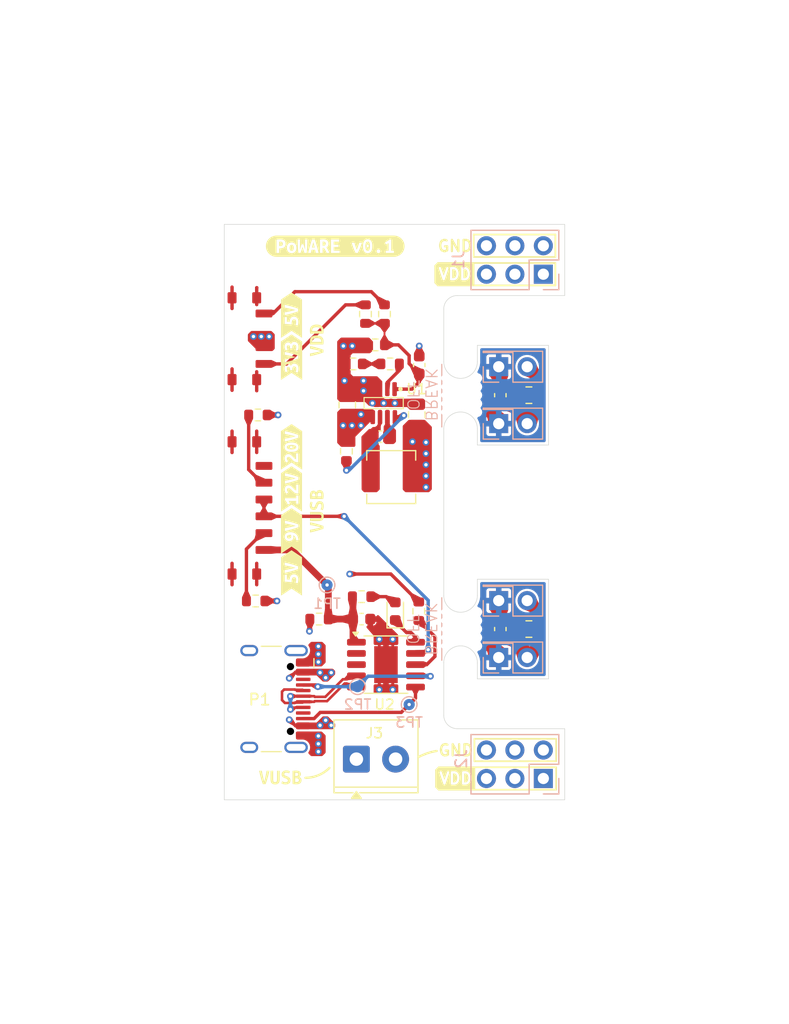
<source format=kicad_pcb>
(kicad_pcb (version 20241229) (generator "pcbnew") (generator_version "9.0")
  (title_block (title "HARDly AnyPower") (date "2025-07-22") (rev "v1.0") (company "by HARDlyWARE"))
  (layers (0 "F.Cu" signal) (4 "In1.Cu" signal "In1.Cu (GND)") (6 "In2.Cu" signal) (2 "B.Cu" signal) (13 "F.Paste" user) (15 "B.Paste" user) (5 "F.SilkS" user "F.Silkscreen") (7 "B.SilkS" user "B.Silkscreen") (1 "F.Mask" user) (3 "B.Mask" user) (25 "Edge.Cuts" user))
  (net 0 "")
  (net 1 "GND")
  (net 3 "VDD")
  (net 4 "/REG_BS")
  (net 5 "/REG_LX")
  (net 6 "VBUS")
  (net 7 "3V3{slash}5V")
  (net 8 "Net-(U1-FB)")
  (net 9 "/LED")
  (net 10 "/PG")
  (net 13 "/D-")
  (net 14 "/D+")
  (net 18 "/CC1")
  (net 19 "/CC2")
  (net 20 "/REG_EN")
  (net 21 "Net-(R2-Pad2)")
  (net 22 "/REG_FS")
  (net 23 "Net-(U2-VBUS)")
  (net 24 "Net-(SW1-C)")
  (net 25 "Net-(SW1-A)")
  (net 26 "/CFG_12V")
  (net 27 "/CFG_9V")
  (net 28 "/CFG1")
  (net 31 "unconnected-(SW1-Pad0)")
  (net 32 "unconnected-(SW1-Pad0)_1")
  (net 33 "unconnected-(SW1-Pad0)_2")
  (net 34 "unconnected-(SW1-Pad0)_3")
  (net 35 "unconnected-(SW2-Pad0)")
  (net 36 "/B")
  (net 37 "/A")
  (net 38 "/C")
  (net 39 "/D")
  (net 40 "unconnected-(SW2-Pad0)_1")
  (net 41 "unconnected-(SW2-Pad0)_2")
  (net 42 "unconnected-(SW2-Pad0)_3")
  (footprint "Capacitor_SMD:C_0805_2012Metric" (layer "F.Cu") (at 130.79 111.76)
    (property "Reference" "C12" (hide yes))
    (property "Value" "10u")
  )
  (footprint "Capacitor_SMD:C_0603_1608Metric" (layer "F.Cu") (at 128.24 111.76 -90)
    (property "Reference" "C9" (hide yes))
    (property "Value" "100n")
  )
  (footprint "kibuzzard-68873D34" (layer "F.Cu") (at 108.6 125)
    (property "Reference" "kibuzzard-68873D34" (hide yes))
    (property "Value" "G***" (hide yes))
  )
  (footprint "Resistor_SMD:R_0603_1608Metric" (layer "F.Cu") (at 117.9 83.655 90)
    (property "Reference" "R8" (hide yes))
    (property "Value" "24k")
  )
  (footprint "Resistor_SMD:R_0603_1608Metric" (layer "F.Cu") (at 106.4 109.255)
    (property "Reference" "R11" (hide yes))
    (property "Value" "6k8")
  )
  (footprint "kibuzzard-68873B2C" (layer "F.Cu") (at 109.6 106.75 90)
    (property "Reference" "kibuzzard-68873B2C" (hide yes))
    (property "Value" "G***" (hide yes))
  )
  (footprint "magnubgr_footprints:CH224K-SSOP-10-1EP" (layer "F.Cu") (at 118.03 114.935)
    (property "Reference" "U2")
    (property "Value" "CH224K" (hide yes))
  )
  (footprint "Resistor_SMD:R_0603_1608Metric" (layer "F.Cu") (at 114.5 95.9 -90)
    (property "Reference" "R1" (hide yes))
    (property "Value" "15k")
  )
  (footprint "Resistor_SMD:R_0603_1608Metric" (layer "F.Cu") (at 120.96 110.17 -90)
    (property "Reference" "R4" (hide yes))
    (property "Value" "15k")
  )
  (footprint "magnubgr_footprints:SSSS811101" (layer "F.Cu") (at 105.39 85.85 -90)
    (property "Reference" "SW1" (hide yes))
    (property "Value" "SW_SPDT" (hide yes))
  )
  (footprint "Resistor_SMD:R_0603_1608Metric" (layer "F.Cu") (at 106.6 92.655)
    (property "Reference" "R10" (hide yes))
    (property "Value" "24k")
  )
  (footprint "Capacitor_SMD:C_0603_1608Metric" (layer "F.Cu") (at 128.24 90.89 -90)
    (property "Reference" "C7" (hide yes))
    (property "Value" "100n")
  )
  (footprint "kibuzzard-68873AFF" (layer "F.Cu") (at 109.6 95.5 90)
    (property "Reference" "kibuzzard-68873AFF" (hide yes))
    (property "Value" "G***" (hide yes))
  )
  (footprint "Capacitor_SMD:C_0603_1608Metric" (layer "F.Cu") (at 121 88.2 90)
    (property "Reference" "C6" (hide yes))
    (property "Value" "10p")
  )
  (footprint "kibuzzard-68873D34" (layer "F.Cu") (at 111.85 101.25 90)
    (property "Reference" "kibuzzard-68873D34" (hide yes))
    (property "Value" "G***" (hide yes))
  )
  (footprint "kibuzzard-68873B06" (layer "F.Cu") (at 109.6 87.5 90)
    (property "Reference" "kibuzzard-68873B06" (hide yes))
    (property "Value" "G***" (hide yes))
  )
  (footprint "magnubgr_footprints:SSSS812701" (layer "F.Cu") (at 105.39 100.95 -90)
    (property "Reference" "SW2" (hide yes))
    (property "Value" "SW_SP4T" (hide yes))
  )
  (footprint "kibuzzard-68873B0E" (layer "F.Cu") (at 109.6 83.75 90)
    (property "Reference" "kibuzzard-68873B0E" (hide yes))
    (property "Value" "G***" (hide yes))
  )
  (footprint "Resistor_SMD:R_0603_1608Metric" (layer "F.Cu") (at 118.4 88.1 180)
    (property "Reference" "R2" (hide yes))
    (property "Value" "24k")
  )
  (footprint "Panelization:mouse-bite-3mm-slot" (layer "F.Cu") (at 124.69 90.89 90)
    (property "Reference" "mouse-bite-3mm-slot" (hide yes))
    (property "Value" "VAL**" (hide yes))
  )
  (footprint "kibuzzard-68873B1A" (layer "F.Cu") (at 109.6 99.25 90)
    (property "Reference" "kibuzzard-68873B1A" (hide yes))
    (property "Value" "G***" (hide yes))
  )
  (footprint "kibuzzard-68873B23" (layer "F.Cu") (at 109.6 103 90)
    (property "Reference" "kibuzzard-68873B23" (hide yes))
    (property "Value" "G***" (hide yes))
  )
  (footprint "kibuzzard-6887416B" (layer "F.Cu") (at 113.5 77.595)
    (property "Reference" "kibuzzard-6887416B" (hide yes))
    (property "Value" "G***" (hide yes))
  )
  (footprint "magnubgr_footprints:USB_C_Receptacle_HCTL_HC-TYPE-C-16P-01A" (layer "F.Cu") (at 106.9 118 -90)
    (property "Reference" "P1")
    (property "Value" "USB_C_Plug_USB2.0" (hide yes))
  )
  (footprint "magnubgr_footprints:SY8303AIC" (layer "F.Cu") (at 117.825 91.6 90)
    (property "Reference" "U1")
    (property "Value" "SY8303AIC" (hide yes))
  )
  (footprint "Resistor_SMD:R_0603_1608Metric" (layer "F.Cu") (at 117.075 86.4 180)
    (property "Reference" "R6" (hide yes))
    (property "Value" "3k3")
  )
  (footprint "Resistor_SMD:R_0603_1608Metric" (layer "F.Cu") (at 115.86 108.87)
    (property "Reference" "R7" (hide yes))
    (property "Value" "1k")
  )
  (footprint "Capacitor_SMD:C_0805_2012Metric" (layer "F.Cu") (at 114.575 91.7525 90)
    (property "Reference" "C1" (hide yes))
    (property "Value" "4u7")
  )
  (footprint "Capacitor_SMD:C_0805_2012Metric" (layer "F.Cu") (at 130.79 90.89)
    (property "Reference" "C11" (hide yes))
    (property "Value" "10u")
  )
  (footprint "Resistor_SMD:R_0603_1608Metric" (layer "F.Cu") (at 112.06 110.87)
    (property "Reference" "R5" (hide yes))
    (property "Value" "1k")
  )
  (footprint "Capacitor_SMD:C_0603_1608Metric" (layer "F.Cu") (at 117.53 94.59 180)
    (property "Reference" "C2" (hide yes))
    (property "Value" "100n")
  )
  (footprint "Capacitor_SMD:C_0805_2012Metric" (layer "F.Cu") (at 120.78 92.64 90)
    (property "Reference" "C4" (hide yes))
    (property "Value" "10u")
  )
  (footprint "Panelization:mouse-bite-3mm-slot" (layer "F.Cu") (at 124.69 111.76 90)
    (property "Reference" "mouse-bite-3mm-slot" (hide yes))
    (property "Value" "VAL**" (hide yes))
  )
  (footprint "kibuzzard-68873D2B" (layer "F.Cu") (at 111.85 86 90)
    (property "Reference" "kibuzzard-68873D2B" (hide yes))
    (property "Value" "G***" (hide yes))
  )
  (footprint "magnubgr_footprints:FXL0420-1R5-M" (layer "F.Cu") (at 118.5 98.2)
    (property "Reference" "L1" (hide yes))
    (property "Value" "1u5")
  )
  (footprint "Capacitor_SMD:C_0603_1608Metric" (layer "F.Cu") (at 115.86 110.87)
    (property "Reference" "C5" (hide yes))
    (property "Value" "1u")
  )
  (footprint "Resistor_SMD:R_0603_1608Metric" (layer "F.Cu") (at 116.2 83.655 90)
    (property "Reference" "R9" (hide yes))
    (property "Value" "15k")
  )
  (footprint "LED_SMD:LED_0603_1608Metric" (layer "F.Cu") (at 118.86 110.17 90)
    (property "Reference" "D1" (hide yes))
    (property "Value" "LED")
  )
  (footprint "magnubgr_footprints:DB301V-3.5-2P-GN-S" (layer "F.Cu") (at 115.39 123.3675)
    (property "Reference" "J3")
    (property "Value" "Screw_Terminal_01x02" (hide yes))
  )
  (footprint "Resistor_SMD:R_0603_1608Metric" (layer "F.Cu") (at 115.1 88.1 180)
    (property "Reference" "R3" (hide yes))
    (property "Value" "24k")
  )
  (footprint "Connector_PinHeader_2.54mm:PinHeader_2x03_P2.54mm_Vertical" (layer "B.Cu") (at 132.08 125.095 90)
    (property "Reference" "J2")
    (property "Value" "Conn_02x03_Counter_Clockwise" (hide yes))
  )
  (footprint "TestPoint:TestPoint_Pad_D1.0mm" (layer "B.Cu") (at 120.1 118.495 180)
    (property "Reference" "TP3")
    (property "Value" "TestPoint")
  )
  (footprint "TestPoint:TestPoint_Pad_D1.0mm" (layer "B.Cu") (at 115.5 116.9 180)
    (property "Reference" "TP2")
    (property "Value" "TestPoint")
  )
  (footprint "Connector_PinHeader_2.54mm:PinHeader_2x03_P2.54mm_Vertical" (layer "B.Cu") (at 132.08 80.095 90)
    (property "Reference" "J1")
    (property "Value" "Conn_02x03_Counter_Clockwise" (hide yes))
  )
  (footprint "Connector_PinHeader_2.54mm:PinHeader_2x01_P2.54mm_Vertical" (layer "B.Cu") (at 128.095 109.22)
    (property "Reference" "J7" (hide yes))
    (property "Value" "Conn_02x01" (hide yes))
  )
  (footprint "Connector_PinHeader_2.54mm:PinHeader_2x01_P2.54mm_Vertical" (layer "B.Cu") (at 128.095 114.3)
    (property "Reference" "J6" (hide yes))
    (property "Value" "Conn_02x01" (hide yes))
  )
  (footprint "TestPoint:TestPoint_Pad_D1.0mm" (layer "B.Cu") (at 112.77 107.825 180)
    (property "Reference" "TP1")
    (property "Value" "TestPoint")
  )
  (footprint "Connector_PinHeader_2.54mm:PinHeader_2x01_P2.54mm_Vertical" (layer "B.Cu") (at 128.095 88.35)
    (property "Reference" "J5" (hide yes))
    (property "Value" "Conn_02x01" (hide yes))
  )
  (footprint "Connector_PinHeader_2.54mm:PinHeader_2x01_P2.54mm_Vertical" (layer "B.Cu") (at 128.095 93.43)
    (property "Reference" "J4" (hide yes))
    (property "Value" "Conn_02x01" (hide yes))
  )
  (gr_line (start 122.75 124.095) (end 133.223 124.095) (stroke (width 0.15)) (layer "F.SilkS"))
  (gr_arc (start 121 123.150172) (mid 121.756996 122.83259) (end 122.555 122.64) (stroke (width 0.2)) (layer "F.SilkS"))
  (gr_line (start 133.223 124.095) (end 133.223 126.095) (stroke (width 0.15)) (layer "F.SilkS"))
  (gr_line (start 122.680233 79.094287) (end 133.153233 79.094287) (stroke (width 0.15)) (layer "F.SilkS"))
  (gr_line (start 133.153233 78.554287) (end 125.857 78.555) (stroke (width 0.15)) (layer "F.SilkS"))
  (gr_line (start 125.857 78.555) (end 125.857 76.555) (stroke (width 0.15)) (layer "F.SilkS"))
  (gr_line (start 125.926767 121.555713) (end 133.223 121.555) (stroke (width 0.15)) (layer "F.SilkS"))
  (gr_arc (start 112.981054 124.149481) (mid 112 124.805) (end 110.842768 125.035188) (stroke (width 0.2)) (layer "F.SilkS"))
  (gr_line (start 122.430233 79.344287) (end 122.680233 79.094287) (stroke (width 0.15)) (layer "F.SilkS"))
  (gr_line (start 122.430233 80.844287) (end 122.430233 79.344287) (stroke (width 0.15)) (layer "F.SilkS"))
  (gr_line (start 133.223 123.555) (end 125.926767 123.555713) (stroke (width 0.15)) (layer "F.SilkS"))
  (gr_line (start 133.153233 79.094287) (end 133.153233 81.094287) (stroke (width 0.15)) (layer "F.SilkS"))
  (gr_line (start 122.74 126.095) (end 122.5 125.845) (stroke (width 0.15)) (layer "F.SilkS"))
  (gr_line (start 122.670233 81.094287) (end 122.430233 80.844287) (stroke (width 0.15)) (layer "F.SilkS"))
  (gr_line (start 133.223 121.555) (end 133.223 123.555) (stroke (width 0.15)) (layer "F.SilkS"))
  (gr_line (start 122.5 125.845) (end 122.5 124.345) (stroke (width 0.15)) (layer "F.SilkS"))
  (gr_line (start 133.153233 81.094287) (end 122.680233 81.094287) (stroke (width 0.15)) (layer "F.SilkS"))
  (gr_line (start 133.153233 76.554287) (end 133.153233 78.554287) (stroke (width 0.15)) (layer "F.SilkS"))
  (gr_line (start 133.223 126.095) (end 122.75 126.095) (stroke (width 0.15)) (layer "F.SilkS"))
  (gr_line (start 125.857 76.555) (end 133.153233 76.554287) (stroke (width 0.15)) (layer "F.SilkS"))
  (gr_line (start 125.926767 123.555713) (end 125.926767 121.555713) (stroke (width 0.15)) (layer "F.SilkS"))
  (gr_line (start 122.5 124.345) (end 122.75 124.095) (stroke (width 0.15)) (layer "F.SilkS"))
  (gr_line (start 123.015 108.962) (end 123.015 114.55) (stroke (width 0.1)) (layer "B.SilkS"))
  (gr_line (start 123.015 88.138) (end 123.015 93.726) (stroke (width 0.1)) (layer "B.SilkS"))
  (gr_arc (start 126.19 108.76) (mid 124.69 110.26) (end 123.19 108.76) (stroke (width 0.05)) (layer "Edge.Cuts"))
  (gr_line (start 133.985 120.65) (end 124.39 120.65) (stroke (width 0.05)) (layer "Edge.Cuts"))
  (gr_line (start 132.54 95.335) (end 126.19 95.335) (stroke (width 0.05)) (layer "Edge.Cuts"))
  (gr_line (start 132.54 107.315) (end 126.19 107.315) (stroke (width 0.05)) (layer "Edge.Cuts"))
  (gr_line (start 126.19 86.445) (end 126.19 87.89) (stroke (width 0.05)) (layer "Edge.Cuts"))
  (gr_line (start 133.985 82) (end 133.985 75.65) (stroke (width 0.05)) (layer "Edge.Cuts"))
  (gr_line (start 132.54 86.445) (end 132.54 95.335) (stroke (width 0.05)) (layer "Edge.Cuts"))
  (gr_line (start 126.19 116.205) (end 126.19 114.76) (stroke (width 0.05)) (layer "Edge.Cuts"))
  (gr_line (start 132.54 116.205) (end 126.19 116.205) (stroke (width 0.05)) (layer "Edge.Cuts"))
  (gr_line (start 132.54 86.445) (end 126.19 86.445) (stroke (width 0.05)) (layer "Edge.Cuts"))
  (gr_arc (start 123.19 93.89) (mid 124.69 92.39) (end 126.19 93.89) (stroke (width 0.05)) (layer "Edge.Cuts"))
  (gr_arc (start 126.19 87.89) (mid 124.69 89.39) (end 123.19 87.89) (stroke (width 0.05)) (layer "Edge.Cuts"))
  (gr_arc (start 123.19 114.76) (mid 124.69 113.26) (end 126.19 114.76) (stroke (width 0.05)) (layer "Edge.Cuts"))
  (gr_line (start 133.985 127) (end 103.6 127) (stroke (width 0.05)) (layer "Edge.Cuts"))
  (gr_line (start 103.6 127) (end 103.6 75.65) (stroke (width 0.05)) (layer "Edge.Cuts"))
  (gr_line (start 126.19 95.335) (end 126.19 93.89) (stroke (width 0.05)) (layer "Edge.Cuts"))
  (gr_line (start 103.6 75.65) (end 133.985 75.65) (stroke (width 0.05)) (layer "Edge.Cuts"))
  (gr_line (start 124.39 82) (end 133.985 82) (stroke (width 0.05)) (layer "Edge.Cuts"))
  (gr_line (start 123.19 93.89) (end 123.19 108.76) (stroke (width 0.05)) (layer "Edge.Cuts"))
  (gr_line (start 132.54 107.315) (end 132.54 116.205) (stroke (width 0.05)) (layer "Edge.Cuts"))
  (gr_line (start 123.19 119.45) (end 123.19 114.76) (stroke (width 0.05)) (layer "Edge.Cuts"))
  (gr_arc (start 124.39 120.65) (mid 123.541472 120.298528) (end 123.19 119.45) (stroke (width 0.05)) (layer "Edge.Cuts"))
  (gr_line (start 126.19 107.315) (end 126.19 108.76) (stroke (width 0.05)) (layer "Edge.Cuts"))
  (gr_line (start 133.985 127) (end 133.985 120.65) (stroke (width 0.05)) (layer "Edge.Cuts"))
  (gr_line (start 123.19 87.89) (end 123.19 83.2) (stroke (width 0.05)) (layer "Edge.Cuts"))
  (gr_arc (start 123.19 83.2) (mid 123.541472 82.351472) (end 124.39 82) (stroke (width 0.05)) (layer "Edge.Cuts"))
  (gr_text "GND" (at 122.549751 78.16804 0) (layer "F.SilkS") (effects (font (size 1 1) (thickness 0.2) (bold yes)) (justify left bottom)))
  (gr_text "VDD" (at 124.180233 80.094287 0) (layer "F.SilkS" knockout) (effects (font (size 1 1) (thickness 0.2) (bold yes))))
  (gr_text "VDD" (at 124.25 125.095 0) (layer "F.SilkS" knockout) (effects (font (size 1 1) (thickness 0.2) (bold yes))))
  (gr_text "GND" (at 122.619518 123.168753 0) (layer "F.SilkS") (effects (font (size 1 1) (thickness 0.2) (bold yes)) (justify left bottom)))
  (gr_text "BREAK\nOFF" (at 121.25 90.845 270) (layer "B.SilkS") (effects (font (size 1 1) (thickness 0.1)) (justify mirror)))
  (gr_text "BREAK\nOFF" (at 121.218598 111.753601 270) (layer "B.SilkS") (effects (font (size 1 1) (thickness 0.1)) (justify mirror)))
  (segment (start 118.635 112.67) (end 118.635 114.33) (width 0.23) (layer "F.Cu") (net 1))
  (segment (start 117.435 115.53) (end 118.03 114.935) (width 0.23) (layer "F.Cu") (net 1))
  (segment (start 107.425 92.655) (end 108.4 92.655) (width 0.3) (layer "F.Cu") (net 1))
  (segment (start 118.635 115.54) (end 118.03 114.935) (width 0.23) (layer "F.Cu") (net 1))
  (segment (start 118.635 114.33) (end 118.03 114.935) (width 0.23) (layer "F.Cu") (net 1))
  (segment (start 118.635 117.17) (end 118.635 115.54) (width 0.23) (layer "F.Cu") (net 1))
  (segment (start 117.435 117.17) (end 117.435 115.53) (width 0.23) (layer "F.Cu") (net 1))
  (segment (start 107.225 109.255) (end 108.3 109.255) (width 0.3) (layer "F.Cu") (net 1))
  (segment (start 117.435 112.67) (end 117.435 114.34) (width 0.23) (layer "F.Cu") (net 1))
  (segment (start 117.435 114.34) (end 118.03 114.935) (width 0.23) (layer "F.Cu") (net 1))
  (via (at 111.995 114.7) (size 0.6) (drill 0.3) (layers "F.Cu" "B.Cu") (net 1))
  (via (at 114.325 89.6) (size 0.6) (drill 0.3) (layers "F.Cu" "B.Cu") (net 1))
  (via (at 111.995 122.7) (size 0.6) (drill 0.3) (layers "F.Cu" "B.Cu") (net 1))
  (via (at 116.025 90.5) (size 0.6) (drill 0.3) (layers "F.Cu" "B.Cu") (net 1))
  (via (at 116.825 91.6) (size 0.6) (drill 0.3) (layers "F.Cu" "B.Cu") (net 1))
  (via (at 115.025 86.5) (size 0.6) (drill 0.3) (layers "F.Cu" "B.Cu") (net 1))
  (via (at 118.825 91.6) (size 0.6) (drill 0.3) (layers "F.Cu" "B.Cu") (net 1))
  (via (at 111.995 122) (size 0.6) (drill 0.3) (layers "F.Cu" "B.Cu") (net 1))
  (via (at 118.635 112.67) (size 0.6) (drill 0.3) (layers "F.Cu" "B.Cu") (net 1))
  (via (at 117.825 91.6) (size 0.6) (drill 0.3) (layers "F.Cu" "B.Cu") (net 1))
  (via (at 118.635 117.17) (size 0.6) (drill 0.3) (layers "F.Cu" "B.Cu") (net 1))
  (via (at 108.4 92.655) (size 0.6) (drill 0.3) (layers "F.Cu" "B.Cu") (net 1))
  (via (at 114.225 86.5) (size 0.6) (drill 0.3) (layers "F.Cu" "B.Cu") (net 1))
  (via (at 111.995 113.3) (size 0.6) (drill 0.3) (layers "F.Cu" "B.Cu") (net 1))
  (via (at 117.435 112.67) (size 0.6) (drill 0.3) (layers "F.Cu" "B.Cu") (net 1))
  (via (at 111.995 114) (size 0.6) (drill 0.3) (layers "F.Cu" "B.Cu") (net 1))
  (via (at 111.995 121.3) (size 0.6) (drill 0.3) (layers "F.Cu" "B.Cu") (net 1))
  (via (at 108.3 109.255) (size 0.6) (drill 0.3) (layers "F.Cu" "B.Cu") (net 1))
  (via (at 117.435 117.17) (size 0.6) (drill 0.3) (layers "F.Cu" "B.Cu") (net 1))
  (via (at 116.025 89.6) (size 0.6) (drill 0.3) (layers "F.Cu" "B.Cu") (net 1))
  (segment (start 112.885 107.94) (end 112.885 110.87) (width 0.6) (layer "F.Cu") (net 3))
  (segment (start 109.645 104.7) (end 112.7725 107.8275) (width 0.6) (layer "F.Cu") (net 3))
  (segment (start 115.085 108.92) (end 115.035 108.87) (width 0.5) (layer "F.Cu") (net 3))
  (segment (start 112.7725 107.8275) (end 112.885 107.94) (width 0.6) (layer "F.Cu") (net 3))
  (segment (start 115.085 110.87) (end 112.885 110.87) (width 0.6) (layer "F.Cu") (net 3))
  (segment (start 107.14 104.7) (end 109.645 104.7) (width 0.6) (layer "F.Cu") (net 3))
  (segment (start 115.5 112.955) (end 115.085 112.54) (width 0.5) (layer "F.Cu") (net 3))
  (segment (start 115.085 112.54) (end 115.085 110.87) (width 0.6) (layer "F.Cu") (net 3))
  (segment (start 115.3925 112.935) (end 115.48 112.935) (width 0.16) (layer "F.Cu") (net 3))
  (segment (start 115.48 112.935) (end 115.5 112.955) (width 0.16) (layer "F.Cu") (net 3))
  (segment (start 115.085 110.87) (end 115.085 108.92) (width 0.6) (layer "F.Cu") (net 3))
  (via (at 112.7725 107.8275) (size 0.6) (drill 0.3) (layers "F.Cu" "B.Cu") (net 3))
  (segment (start 109.421008 119.85) (end 109.395 119.85) (width 0.3) (layer "F.Cu") (net 6))
  (segment (start 110.645 120.4) (end 109.971008 120.4) (width 0.3) (layer "F.Cu") (net 6))
  (segment (start 110.645 115.6) (end 109.971008 115.6) (width 0.3) (layer "F.Cu") (net 6))
  (segment (start 118.463872 106.848872) (end 120.96 109.345) (width 0.3) (layer "F.Cu") (net 6))
  (segment (start 114.791298 106.848872) (end 118.463872 106.848872) (width 0.3) (layer "F.Cu") (net 6))
  (segment (start 111.235 110.87) (end 111.235 111.92) (width 0.3) (layer "F.Cu") (net 6))
  (segment (start 109.971008 120.4) (end 109.421008 119.85) (width 0.3) (layer "F.Cu") (net 6))
  (segment (start 109.971008 115.6) (end 109.421008 116.15) (width 0.3) (layer "F.Cu") (net 6))
  (segment (start 111.235 111.92) (end 111.2 111.955) (width 0.16) (layer "F.Cu") (net 6))
  (segment (start 109.421008 116.15) (end 109.395 116.15) (width 0.3) (layer "F.Cu") (net 6))
  (via (at 109.395 119.85) (size 0.6) (drill 0.3) (layers "F.Cu" "B.Cu") (net 6))
  (via (at 113.145 120.35) (size 0.6) (drill 0.3) (layers "F.Cu" "B.Cu") (net 6))
  (via (at 112.145 120.35) (size 0.6) (drill 0.3) (layers "F.Cu" "B.Cu") (net 6))
  (via (at 112.645 116.1) (size 0.6) (drill 0.3) (layers "F.Cu" "B.Cu") (net 6))
  (via (at 112.145 115.65) (size 0.6) (drill 0.3) (layers "F.Cu" "B.Cu") (net 6))
  (via (at 114.791298 106.848872) (size 0.6) (drill 0.3) (layers "F.Cu" "B.Cu") (net 6))
  (via (at 109.395 116.15) (size 0.6) (drill 0.3) (layers "F.Cu" "B.Cu") (net 6))
  (via (at 113.145 115.65) (size 0.6) (drill 0.3) (layers "F.Cu" "B.Cu") (net 6))
  (via (at 112.645 119.9) (size 0.6) (drill 0.3) (layers "F.Cu" "B.Cu") (net 6))
  (via (at 115.8 93.6) (size 0.6) (drill 0.3) (layers "F.Cu" "B.Cu") (net 6))
  (via (at 111.2 111.955) (size 0.6) (drill 0.3) (layers "F.Cu" "B.Cu") (net 6))
  (via (at 115 93.6) (size 0.6) (drill 0.3) (layers "F.Cu" "B.Cu") (net 6))
  (via (at 114.2 93.6) (size 0.6) (drill 0.3) (layers "F.Cu" "B.Cu") (net 6))
  (via (at 115.8 92.6) (size 0.6) (drill 0.3) (layers "F.Cu" "B.Cu") (net 6))
  (segment (start 107.14 86.6) (end 107.14 86.595) (width 0.16) (layer "F.Cu") (net 7))
  (segment (start 121 86.495) (end 121 87.425) (width 0.3) (layer "F.Cu") (net 7))
  (via (at 121.6 98.1) (size 0.6) (drill 0.3) (layers "F.Cu" "B.Cu") (net 7))
  (via (at 120.4 95.04) (size 0.6) (drill 0.3) (layers "F.Cu" "B.Cu") (net 7))
  (via (at 106.9 85.655) (size 0.6) (drill 0.3) (layers "F.Cu" "B.Cu") (net 7))
  (via (at 121.6 96.1) (size 0.6) (drill 0.3) (layers "F.Cu" "B.Cu") (net 7))
  (via (at 121.6 99.1) (size 0.6) (drill 0.3) (layers "F.Cu" "B.Cu") (net 7))
  (via (at 107.6 85.655) (size 0.6) (drill 0.3) (layers "F.Cu" "B.Cu") (net 7))
  (via (at 106.2 85.655) (size 0.6) (drill 0.3) (layers "F.Cu" "B.Cu") (net 7))
  (via (at 121.6 97.1) (size 0.6) (drill 0.3) (layers "F.Cu" "B.Cu") (net 7))
  (via (at 121 86.495) (size 0.6) (drill 0.3) (layers "F.Cu" "B.Cu") (net 7))
  (via (at 121.6 95.1) (size 0.6) (drill 0.3) (layers "F.Cu" "B.Cu") (net 7))
  (segment (start 119.145 86.4) (end 120.1 87.355) (width 0.3) (layer "F.Cu") (net 8))
  (segment (start 121 89.7) (end 121 88.975) (width 0.3) (layer "F.Cu") (net 8))
  (segment (start 118.8 90.35) (end 120.35 90.35) (width 0.3) (layer "F.Cu") (net 8))
  (segment (start 120.1 87.355) (end 120.1 88.075) (width 0.3) (layer "F.Cu") (net 8))
  (segment (start 117.9 84.48) (end 117.9 86.4) (width 0.16) (layer "F.Cu") (net 8))
  (segment (start 120.1 88.075) (end 121 88.975) (width 0.3) (layer "F.Cu") (net 8))
  (segment (start 117.9 86.4) (end 119.145 86.4) (width 0.3) (layer "F.Cu") (net 8))
  (segment (start 120.35 90.35) (end 121 89.7) (width 0.3) (layer "F.Cu") (net 8))
  (segment (start 116.2 84.48) (end 117.9 84.48) (width 0.16) (layer "F.Cu") (net 8))
  (segment (start 118.5725 109.3825) (end 118.06 108.87) (width 0.3) (layer "F.Cu") (net 9))
  (segment (start 118.06 108.87) (end 116.685 108.87) (width 0.3) (layer "F.Cu") (net 9))
  (segment (start 118.86 109.3825) (end 118.5725 109.3825) (width 0.3) (layer "F.Cu") (net 9))
  (segment (start 119.865 112.07) (end 118.86 111.065) (width 0.3) (layer "F.Cu") (net 10))
  (segment (start 120.26 112.07) (end 119.865 112.07) (width 0.3) (layer "F.Cu") (net 10))
  (segment (start 120.6675 112.4775) (end 120.26 112.07) (width 0.3) (layer "F.Cu") (net 10))
  (segment (start 120.6675 112.935) (end 120.6675 112.4775) (width 0.3) (layer "F.Cu") (net 10))
  (segment (start 118.86 111.065) (end 118.86 110.9575) (width 0.3) (layer "F.Cu") (net 10))
  (segment (start 114.338702 116.625) (end 112.773702 118.19) (width 0.23) (layer "F.Cu") (net 13))
  (segment (start 111.620001 118.25) (end 110.645 118.25) (width 0.23) (layer "F.Cu") (net 13))
  (segment (start 114.855 116.935) (end 114.545 116.625) (width 0.23) (layer "F.Cu") (net 13))
  (segment (start 109.894462 117.155) (end 109.920462 117.181) (width 0.23) (layer "F.Cu") (net 13))
  (segment (start 109.01 118.355) (end 108.75 118.095) (width 0.23) (layer "F.Cu") (net 13))
  (segment (start 109.884462 118.355) (end 109.01 118.355) (width 0.23) (layer "F.Cu") (net 13))
  (segment (start 108.75 117.345) (end 108.94 117.155) (width 0.23) (layer "F.Cu") (net 13))
  (segment (start 108.75 118.095) (end 108.75 117.345) (width 0.23) (layer "F.Cu") (net 13))
  (segment (start 114.545 116.625) (end 114.338702 116.625) (width 0.23) (layer "F.Cu") (net 13))
  (segment (start 108.94 117.155) (end 109.894462 117.155) (width 0.23) (layer "F.Cu") (net 13))
  (segment (start 110.645 118.25) (end 110.576 118.319) (width 0.23) (layer "F.Cu") (net 13))
  (segment (start 110.576 117.181) (end 110.645 117.25) (width 0.23) (layer "F.Cu") (net 13))
  (segment (start 112.773702 118.19) (end 111.680001 118.19) (width 0.23) (layer "F.Cu") (net 13))
  (segment (start 115.3925 116.935) (end 114.855 116.935) (width 0.23) (layer "F.Cu") (net 13))
  (segment (start 109.920462 118.319) (end 109.884462 118.355) (width 0.23) (layer "F.Cu") (net 13))
  (segment (start 110.576 118.319) (end 109.920462 118.319) (width 0.23) (layer "F.Cu") (net 13))
  (segment (start 111.680001 118.19) (end 111.620001 118.25) (width 0.23) (layer "F.Cu") (net 13))
  (segment (start 109.920462 117.181) (end 110.576 117.181) (width 0.23) (layer "F.Cu") (net 13))
  (segment (start 114.545 116.245) (end 114.181298 116.245) (width 0.23) (layer "F.Cu") (net 14))
  (segment (start 114.855 115.935) (end 114.545 116.245) (width 0.23) (layer "F.Cu") (net 14))
  (segment (start 109.685 118.75) (end 110.645 118.75) (width 0.16) (layer "F.Cu") (net 14))
  (segment (start 114.181298 116.245) (end 112.616298 117.81) (width 0.23) (layer "F.Cu") (net 14))
  (segment (start 109.505 117.75) (end 109.5 117.755) (width 0.16) (layer "F.Cu") (net 14))
  (segment (start 115.3925 115.935) (end 114.855 115.935) (width 0.23) (layer "F.Cu") (net 14))
  (segment (start 111.620001 117.75) (end 110.645 117.75) (width 0.23) (layer "F.Cu") (net 14))
  (segment (start 110.645 117.75) (end 109.505 117.75) (width 0.16) (layer "F.Cu") (net 14))
  (segment (start 111.680001 117.81) (end 111.620001 117.75) (width 0.23) (layer "F.Cu") (net 14))
  (segment (start 112.616298 117.81) (end 111.680001 117.81) (width 0.23) (layer "F.Cu") (net 14))
  (segment (start 109.5 118.935) (end 109.685 118.75) (width 0.16) (layer "F.Cu") (net 14))
  (via (at 109.5 117.755) (size 0.6) (drill 0.3) (layers "F.Cu" "B.Cu") (net 14))
  (via (at 109.5 118.935) (size 0.6) (drill 0.3) (layers "F.Cu" "B.Cu") (net 14))
  (segment (start 109.5 117.755) (end 109.5 118.935) (width 0.23) (layer "B.Cu") (net 14))
  (segment (start 122 115.97) (end 120.7025 115.97) (width 0.16) (layer "F.Cu") (net 18))
  (segment (start 111.795 116.75) (end 111.945 116.9) (width 0.3) (layer "F.Cu") (net 18))
  (segment (start 120.7025 115.97) (end 120.6675 115.935) (width 0.16) (layer "F.Cu") (net 18))
  (segment (start 110.645 116.75) (end 111.795 116.75) (width 0.3) (layer "F.Cu") (net 18))
  (via (at 122 115.97) (size 0.6) (drill 0.3) (layers "F.Cu" "B.Cu") (net 18))
  (via (at 111.945 116.9) (size 0.6) (drill 0.3) (layers "F.Cu" "B.Cu") (net 18))
  (segment (start 115.5 116.9) (end 111.945 116.9) (width 0.3) (layer "B.Cu") (net 18))
  (segment (start 116.43 115.97) (end 115.5 116.9) (width 0.3) (layer "B.Cu") (net 18))
  (segment (start 122 115.97) (end 116.43 115.97) (width 0.3) (layer "B.Cu") (net 18))
  (segment (start 120.6675 117.9275) (end 120.6675 116.935) (width 0.3) (layer "F.Cu") (net 19))
  (segment (start 110.645 119.75) (end 111.6125 119.75) (width 0.3) (layer "F.Cu") (net 19))
  (segment (start 112.1675 119.195) (end 119.4 119.195) (width 0.3) (layer "F.Cu") (net 19))
  (segment (start 119.4 119.195) (end 120.1 118.495) (width 0.3) (layer "F.Cu") (net 19))
  (segment (start 111.6125 119.75) (end 112.1675 119.195) (width 0.3) (layer "F.Cu") (net 19))
  (segment (start 120.1 118.495) (end 120.6675 117.9275) (width 0.3) (layer "F.Cu") (net 19))
  (via (at 120.1 118.495) (size 0.6) (drill 0.3) (layers "F.Cu" "B.Cu") (net 19))
  (segment (start 119.625 92.7) (end 119.475 92.85) (width 0.2) (layer "F.Cu") (net 20))
  (segment (start 119.475 92.85) (end 118.825 92.85) (width 0.3) (layer "F.Cu") (net 20))
  (segment (start 114.5 96.725) (end 114.5 97.6) (width 0.3) (layer "F.Cu") (net 20))
  (via (at 114.5 97.6) (size 0.6) (drill 0.3) (layers "F.Cu" "B.Cu") (net 20))
  (via (at 119.625 92.7) (size 0.6) (drill 0.3) (layers "F.Cu" "B.Cu") (net 20))
  (segment (start 114.5 97.6) (end 114.725 97.6) (width 0.3) (layer "B.Cu") (net 20))
  (segment (start 114.725 97.6) (end 119.625 92.7) (width 0.3) (layer "B.Cu") (net 20))
  (segment (start 115.925 88.1) (end 117.575 88.1) (width 0.3) (layer "F.Cu") (net 21))
  (segment (start 118.15 89.75) (end 119.225 88.675) (width 0.3) (layer "F.Cu") (net 22))
  (segment (start 118.15 90.35) (end 118.15 89.75) (width 0.3) (layer "F.Cu") (net 22))
  (segment (start 119.225 88.675) (end 119.225 88.1) (width 0.3) (layer "F.Cu") (net 22))
  (segment (start 122.4 114.2) (end 122.4 112.435) (width 0.3) (layer "F.Cu") (net 23))
  (segment (start 120.6675 114.935) (end 121.665 114.935) (width 0.3) (layer "F.Cu") (net 23))
  (segment (start 121.665 114.935) (end 122.4 114.2) (width 0.3) (layer "F.Cu") (net 23))
  (segment (start 122.4 112.435) (end 120.96 110.995) (width 0.3) (layer "F.Cu") (net 23))
  (segment (start 116.2 82.83) (end 114.425 82.83) (width 0.3) (layer "F.Cu") (net 24))
  (segment (start 114.425 82.83) (end 109.155 88.1) (width 0.3) (layer "F.Cu") (net 24))
  (segment (start 109.155 88.1) (end 107.14 88.1) (width 0.3) (layer "F.Cu") (net 24))
  (segment (start 107.14 83.6) (end 107.955 83.6) (width 0.3) (layer "F.Cu") (net 25))
  (segment (start 116.725 81.655) (end 117.9 82.83) (width 0.3) (layer "F.Cu") (net 25))
  (segment (start 107.955 83.6) (end 109.9 81.655) (width 0.3) (layer "F.Cu") (net 25))
  (segment (start 109.9 81.655) (end 116.725 81.655) (width 0.3) (layer "F.Cu") (net 25))
  (segment (start 106.79375 98.55125) (end 105.775 97.5325) (width 0.3) (layer "F.Cu") (net 26))
  (segment (start 107.14 98.7) (end 106.645 98.7) (width 0.2) (layer "F.Cu") (net 26))
  (segment (start 106.645 98.7) (end 106.79375 98.55125) (width 0.2) (layer "F.Cu") (net 26))
  (segment (start 105.775 97.5325) (end 105.775 92.655) (width 0.3) (layer "F.Cu") (net 26))
  (segment (start 106.855 103.34) (end 105.575 104.62) (width 0.3) (layer "F.Cu") (net 27))
  (segment (start 106.855 103.2) (end 106.855 103.34) (width 0.3) (layer "F.Cu") (net 27))
  (segment (start 107.14 103.2) (end 106.855 103.2) (width 0.16) (layer "F.Cu") (net 27))
  (segment (start 105.575 104.62) (end 105.575 109.255) (width 0.3) (layer "F.Cu") (net 27))
  (segment (start 121.465 113.935) (end 120.6675 113.935) (width 0.2) (layer "F.Cu") (net 28))
  (segment (start 107.14 101.7) (end 107.14 100.2) (width 0.3) (layer "F.Cu") (net 28))
  (segment (start 114.3 101.7) (end 107.14 101.7) (width 0.3) (layer "F.Cu") (net 28))
  (segment (start 114.25 101.75) (end 114.3 101.7) (width 0.2) (layer "F.Cu") (net 28))
  (segment (start 121.8 113.6) (end 121.465 113.935) (width 0.2) (layer "F.Cu") (net 28))
  (via (at 114.3 101.7) (size 0.6) (drill 0.3) (layers "F.Cu" "B.Cu") (net 28))
  (via (at 121.8 113.6) (size 0.6) (drill 0.3) (layers "F.Cu" "B.Cu") (net 28))
  (segment (start 121.8 109.2) (end 121.8 113.6) (width 0.3) (layer "B.Cu") (net 28))
  (segment (start 114.3 101.7) (end 121.8 109.2) (width 0.3) (layer "B.Cu") (net 28))
  (segment (start 104.29 90.45625) (end 104.29 88.54375) (width 0.3) (layer "F.Cu") (net 31))
  (segment (start 106.49 81.305) (end 106.5 81.295) (width 0.3) (layer "F.Cu") (net 32))
  (segment (start 106.49 82.8075) (end 106.49 81.305) (width 0.3) (layer "F.Cu") (net 32))
  (segment (start 104.29 83.15625) (end 104.29 81.24375) (width 0.3) (layer "F.Cu") (net 33))
  (segment (start 106.49 90.495) (end 106.49 88.795) (width 0.3) (layer "F.Cu") (net 34))
  (segment (start 106.49 107.80625) (end 106.49 105.89375) (width 0.3) (layer "F.Cu") (net 35))
  (segment (start 130.635 93.43) (end 130.635 92.995) (width 0.7) (layer "F.Cu") (net 36))
  (segment (start 131.778 90.928) (end 131.74 90.89) (width 0.7) (layer "F.Cu") (net 36))
  (segment (start 131.778 91.852) (end 131.778 90.928) (width 0.7) (layer "F.Cu") (net 36))
  (segment (start 130.635 92.995) (end 131.778 91.852) (width 0.7) (layer "F.Cu") (net 36))
  (segment (start 130.59 92.69) (end 130.58 93.43) (width 0.7) (layer "F.Cu") (net 36))
  (segment (start 131.74 89.455) (end 130.635 88.35) (width 0.7) (layer "F.Cu") (net 36))
  (segment (start 128.24 91.665) (end 130.59 92.69) (width 0.7) (layer "F.Cu") (net 36))
  (segment (start 130.635 93.43) (end 130.635 93.303) (width 0.7) (layer "F.Cu") (net 36))
  (segment (start 131.74 90.89) (end 131.74 89.455) (width 0.7) (layer "F.Cu") (net 36))
  (segment (start 130.58 93.43) (end 130.635 93.43) (width 0.7) (layer "F.Cu") (net 36))
  (segment (start 128.095 93.43) (end 128.095 93.395) (width 0.75) (layer "F.Cu") (net 37))
  (segment (start 127.19 92.49) (end 127.19 90.94) (width 0.75) (layer "F.Cu") (net 37))
  (segment (start 127.19 90.94) (end 128.015 90.115) (width 0.75) (layer "F.Cu") (net 37))
  (segment (start 129.84 90.89) (end 129.065 90.115) (width 0.75) (layer "F.Cu") (net 37))
  (segment (start 128.24 88.495) (end 128.095 88.35) (width 0.75) (layer "F.Cu") (net 37))
  (segment (start 128.015 90.115) (end 128.24 90.115) (width 0.75) (layer "F.Cu") (net 37))
  (segment (start 128.095 93.395) (end 127.19 92.49) (width 0.75) (layer "F.Cu") (net 37))
  (segment (start 128.24 90.115) (end 128.24 88.495) (width 0.75) (layer "F.Cu") (net 37))
  (segment (start 129.065 90.115) (end 128.24 90.115) (width 0.75) (layer "F.Cu") (net 37))
  (segment (start 129.065 110.985) (end 128.24 110.985) (width 0.75) (layer "F.Cu") (net 38))
  (segment (start 127.19 111.81) (end 128.015 110.985) (width 0.75) (layer "F.Cu") (net 38))
  (segment (start 128.095 114.265) (end 127.19 113.36) (width 0.75) (layer "F.Cu") (net 38))
  (segment (start 128.24 109.365) (end 128.095 109.22) (width 0.75) (layer "F.Cu") (net 38))
  (segment (start 129.84 111.76) (end 129.065 110.985) (width 0.75) (layer "F.Cu") (net 38))
  (segment (start 128.015 110.985) (end 128.24 110.985) (width 0.75) (layer "F.Cu") (net 38))
  (segment (start 128.24 110.985) (end 128.24 109.365) (width 0.75) (layer "F.Cu") (net 38))
  (segment (start 127.19 113.36) (end 127.19 111.81) (width 0.75) (layer "F.Cu") (net 38))
  (segment (start 128.095 114.3) (end 128.095 114.265) (width 0.75) (layer "F.Cu") (net 38))
  (segment (start 131.778 113.157) (end 131.778 111.798) (width 0.75) (layer "F.Cu") (net 39))
  (segment (start 130.59 113.56) (end 130.58 114.3) (width 0.7) (layer "F.Cu") (net 39))
  (segment (start 131.74 111.76) (end 131.74 110.325) (width 0.75) (layer "F.Cu") (net 39))
  (segment (start 130.635 114.3) (end 131.778 113.157) (width 0.75) (layer "F.Cu") (net 39))
  (segment (start 131.74 110.325) (end 130.635 109.22) (width 0.75) (layer "F.Cu") (net 39))
  (segment (start 131.778 111.798) (end 131.74 111.76) (width 0.75) (layer "F.Cu") (net 39))
  (segment (start 130.58 114.3) (end 130.635 114.3) (width 0.7) (layer "F.Cu") (net 39))
  (segment (start 128.24 112.535) (end 130.59 113.56) (width 0.7) (layer "F.Cu") (net 39))
  (segment (start 106.49 96.00625) (end 106.49 94.09375) (width 0.3) (layer "F.Cu") (net 40))
  (segment (start 104.29 96.0075) (end 104.29 94.095) (width 0.3) (layer "F.Cu") (net 41))
  (segment (start 104.29 107.80625) (end 104.29 105.89375) (width 0.3) (layer "F.Cu") (net 42))
  (zone (net 4) (net_name "/REG_BS") (layer "F.Cu") (priority 11) (connect_pads yes (clearance 0.254)) (min_thickness 0.25) (fill yes (thermal_gap 0.5) (thermal_bridge_width 0.5) (smoothing chamfer))
    (polygon (pts (xy 117.825 92.375) (xy 118 92.2) (xy 118.3 92.2) (xy 118.475 92.375) (xy 118.475 93.55) (xy 118.925 94) (xy 118.925 95.05) (xy 118.725 95.25) (xy 117.975 95.25) (xy 117.775 95.05) (xy 117.775 94.15) (xy 117.825 94.1)))
  )
  (zone (net 5) (net_name "/REG_LX") (layer "F.Cu") (priority 10) (connect_pads yes (clearance 0.254)) (min_thickness 0.25) (fill yes (thermal_gap 0.5) (thermal_bridge_width 0.5) (smoothing chamfer))
    (polygon (pts (xy 117.175 93.4) (xy 117.175 92.375) (xy 117.35 92.2) (xy 117.65 92.2) (xy 117.825 92.375) (xy 117.825 93.75) (xy 117.375 94.2) (xy 117.375 95.3) (xy 117.475 95.4) (xy 117.475 99.3) (xy 117.225 99.55) (xy 116.075 99.55) (xy 115.856348 99.331348) (xy 115.837988 94.571398) (xy 116.525 93.9) (xy 116.675 93.9)))
  )
  (zone (net 1) (net_name "GND") (layer "F.Cu") (priority 7) (connect_pads yes (clearance 0.2)) (min_thickness 0.25) (fill yes (thermal_gap 0.5) (thermal_bridge_width 0.5))
    (polygon (pts (xy 109.995 115.1) (xy 112.295 115.1) (xy 112.645 114.75) (xy 112.645 113.2) (xy 112.345 112.9) (xy 111.345 112.9) (xy 109.995 114.25)))
  )
  (zone (net 1) (net_name "GND") (layer "F.Cu") (priority 9) (connect_pads yes (clearance 0.254)) (min_thickness 0.25) (fill yes (thermal_gap 0.1) (thermal_bridge_width 0.4) (smoothing chamfer))
    (polygon (pts (xy 119.925 91.95) (xy 120.175 92.2) (xy 121.375 92.2) (xy 121.525 92.05) (xy 121.525 91.35) (xy 121.375 91.2) (xy 119.675 91.2) (xy 117.875 91.2) (xy 117.725 91.05) (xy 117.725 89.675) (xy 117.25 89.2) (xy 115.0875 89.2) (xy 114.875 88.9875) (xy 114.875 87.334375) (xy 115.059375 87.15) (xy 116.612472 87.15) (xy 116.875 86.887472) (xy 116.875 86.099886) (xy 116.524962 85.74987) (xy 114.007671 85.750031) (xy 113.675 86.082726) (xy 113.675 91.25) (xy 113.925 91.5) (xy 116.175 91.5) (xy 116.625 91.95)))
  )
  (zone (net 7) (net_name "3V3{slash}5V") (layer "F.Cu") (priority 12) (connect_pads yes (clearance 0.254)) (min_thickness 0.25) (fill yes (mode hatch) (thermal_gap 0.1) (thermal_bridge_width 0.5) (hatch_thickness 1) (hatch_gap 1.5) (hatch_orientation 0) (hatch_border_algorithm hatch_thickness) (hatch_min_hole_area 0.3))
    (polygon (pts (xy 119.763298 99.55) (xy 121.875 99.55) (xy 122.125 99.3) (xy 122.125 93.71) (xy 121.505 93.09) (xy 120.055 93.09) (xy 119.525 93.62) (xy 119.525 99.320649)))
  )
  (zone (net 7) (net_name "3V3{slash}5V") (layer "F.Cu") (priority 16) (connect_pads thru_hole_only (clearance 0.254)) (min_thickness 0.25) (fill yes (thermal_gap 0.5) (thermal_bridge_width 0.5) (smoothing chamfer))
    (polygon (pts (xy 106.6 86.955) (xy 107.9 86.955) (xy 108.1 86.755) (xy 108.1 85.455) (xy 107.8 85.155) (xy 106 85.155) (xy 105.7 85.455) (xy 105.7 86.055)))
  )
  (zone (net 1) (net_name "GND") (layer "F.Cu") (priority 7) (connect_pads yes (clearance 0.2)) (min_thickness 0.25) (fill yes (thermal_gap 0.5) (thermal_bridge_width 0.5))
    (polygon (pts (xy 109.995 120.9) (xy 112.295 120.9) (xy 112.645 121.25) (xy 112.645 122.8) (xy 112.345 123.1) (xy 111.345 123.1) (xy 109.995 121.75)))
  )
  (zone (net 6) (net_name "VBUS") (layer "F.Cu") (priority 13) (connect_pads yes (clearance 0.254)) (min_thickness 0.25) (fill yes (thermal_gap 0.1) (thermal_bridge_width 0.5))
    (polygon (pts (xy 115.3 94.6) (xy 116.6 93.3) (xy 117.05 93.3) (xy 117.075 92.35) (xy 116.825 92.1) (xy 113.9775 92.1) (xy 113.675 92.4025) (xy 113.675 95.15) (xy 114.025 95.5) (xy 115.3 95.5)))
  )
  (zone (net 6) (net_name "VBUS") (layer "F.Cu") (priority 8) (connect_pads yes (clearance 0.2)) (min_thickness 0.25) (fill yes (thermal_gap 0.5) (thermal_bridge_width 0.5))
    (polygon (pts (xy 109.995 115.3) (xy 113.295 115.3) (xy 113.495 115.5) (xy 113.495 115.8) (xy 112.845 116.45) (xy 112.395 116.45) (xy 111.845 115.9) (xy 109.995 115.9)))
  )
  (zone (net 1) (net_name "GND") (layer "F.Cu") (priority 17) (connect_pads (clearance 0.254)) (min_thickness 0.25) (fill yes (thermal_gap 0.1) (thermal_bridge_width 0.5))
    (polygon (pts (xy 116.93 112.3525) (xy 116.13 111.435) (xy 116.13 110.335) (xy 117.18 110.335) (xy 119.13 112.285) (xy 119.13 117.535) (xy 116.93 117.535)))
  )
  (zone (net 6) (net_name "VBUS") (layer "F.Cu") (priority 8) (connect_pads yes (clearance 0.2)) (min_thickness 0.25) (fill yes (thermal_gap 0.5) (thermal_bridge_width 0.5))
    (polygon (pts (xy 109.995 120.7) (xy 113.295 120.7) (xy 113.495 120.5) (xy 113.495 120.2) (xy 112.845 119.55) (xy 112.395 119.55) (xy 111.845 120.1) (xy 109.995 120.1)))
  )
  (zone (net 38) (net_name "/C") (layer "B.Cu") (priority 6) (connect_pads thru_hole_only (clearance 0.2)) (min_thickness 0.25) (fill yes (thermal_gap 0.254) (thermal_bridge_width 0.5))
    (polygon (pts (xy 126.19 107.315) (xy 126.19 116.205) (xy 132.54 116.205) (xy 132.54 107.315)))
  )
  (zone (net 37) (net_name "/A") (layer "B.Cu") (priority 3) (connect_pads thru_hole_only (clearance 0.2)) (min_thickness 0.25) (fill yes (thermal_gap 0.254) (thermal_bridge_width 0.5))
    (polygon (pts (xy 126.19 95.335) (xy 132.54 95.335) (xy 132.54 86.445) (xy 126.19 86.445)))
  )
  (zone (net 0) (net_name "") (layer "F.SilkS") (connect_pads (clearance 0.254)) (min_thickness 0.25) (fill yes (thermal_gap 0.5) (thermal_bridge_width 0.5))
    (polygon (pts (xy 122.680233 81.094287) (xy 125.930233 81.094287) (xy 125.930233 79.094287) (xy 122.680233 79.094287) (xy 122.430233 79.344287) (xy 122.430233 80.844287)))
  )
  (zone (net 0) (net_name "") (layer "F.SilkS") (connect_pads (clearance 0.254)) (min_thickness 0.25) (fill yes (thermal_gap 0.5) (thermal_bridge_width 0.5))
    (polygon (pts (xy 122.75 126.095) (xy 126 126.095) (xy 126 124.095) (xy 122.75 124.095) (xy 122.5 124.345) (xy 122.5 125.845)))
  )
)
</source>
